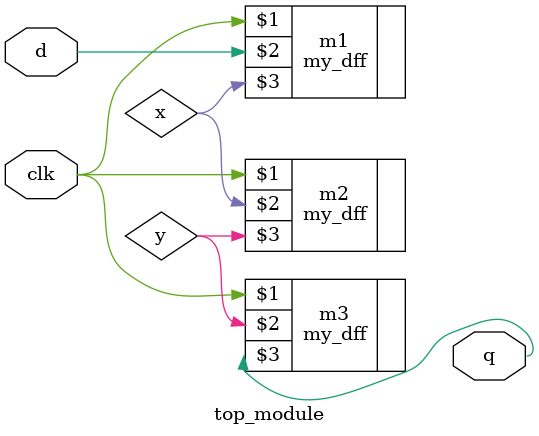
<source format=v>
module top_module ( input clk, input d, output q );
    wire x,y;
    my_dff m1(clk,d,x);
    my_dff m2(clk,x,y);
    my_dff m3(clk,y,q);
endmodule

</source>
